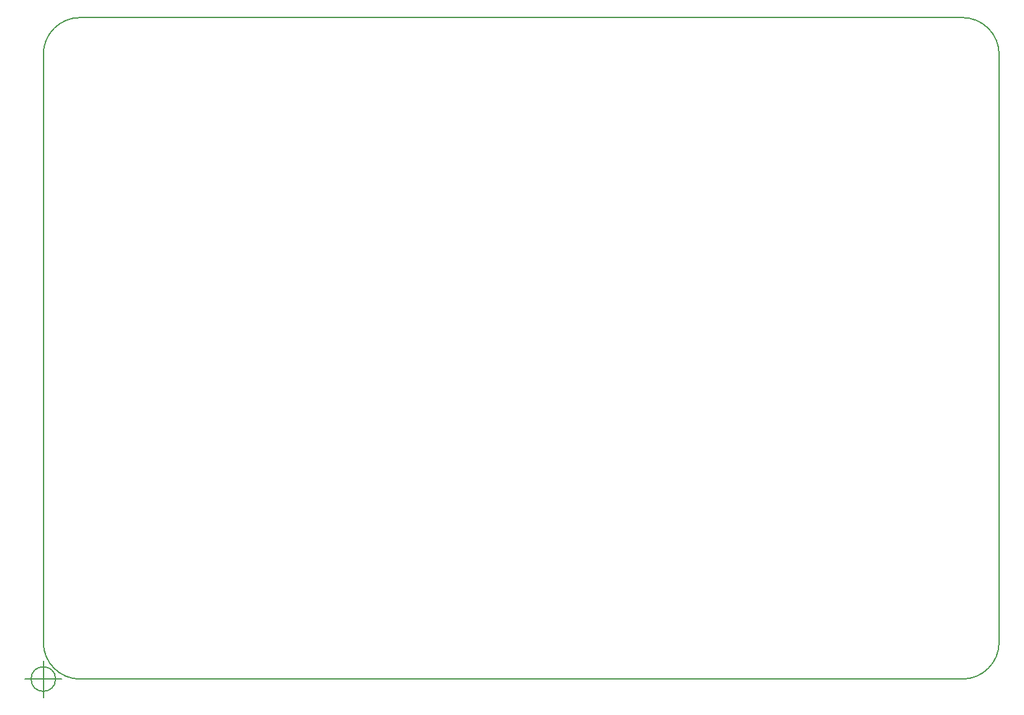
<source format=gbr>
G04 #@! TF.FileFunction,Profile,NP*
%FSLAX46Y46*%
G04 Gerber Fmt 4.6, Leading zero omitted, Abs format (unit mm)*
G04 Created by KiCad (PCBNEW 4.0.6) date 11/10/17 17:18:38*
%MOMM*%
%LPD*%
G01*
G04 APERTURE LIST*
%ADD10C,0.100000*%
%ADD11C,0.150000*%
G04 APERTURE END LIST*
D10*
D11*
X200000000Y-141000000D02*
X200000000Y-141000000D01*
X200000000Y-61000000D02*
X200000000Y-141000000D01*
X194990000Y-56000000D02*
X75000000Y-56000000D01*
X200000000Y-61000000D02*
G75*
G03X195000000Y-56000000I-5000000J0D01*
G01*
X194990000Y-146000000D02*
X75000000Y-146000000D01*
X195000000Y-146000000D02*
G75*
G03X200000000Y-141000000I0J5000000D01*
G01*
X70000000Y-141000000D02*
X70000000Y-61010000D01*
X70000000Y-141000000D02*
G75*
G03X75000000Y-146000000I5000000J0D01*
G01*
X75000000Y-56000000D02*
G75*
G03X70000000Y-61000000I0J-5000000D01*
G01*
X71666666Y-146000000D02*
G75*
G03X71666666Y-146000000I-1666666J0D01*
G01*
X67500000Y-146000000D02*
X72500000Y-146000000D01*
X70000000Y-143500000D02*
X70000000Y-148500000D01*
X71666666Y-146000000D02*
G75*
G03X71666666Y-146000000I-1666666J0D01*
G01*
X67500000Y-146000000D02*
X72500000Y-146000000D01*
X70000000Y-143500000D02*
X70000000Y-148500000D01*
M02*

</source>
